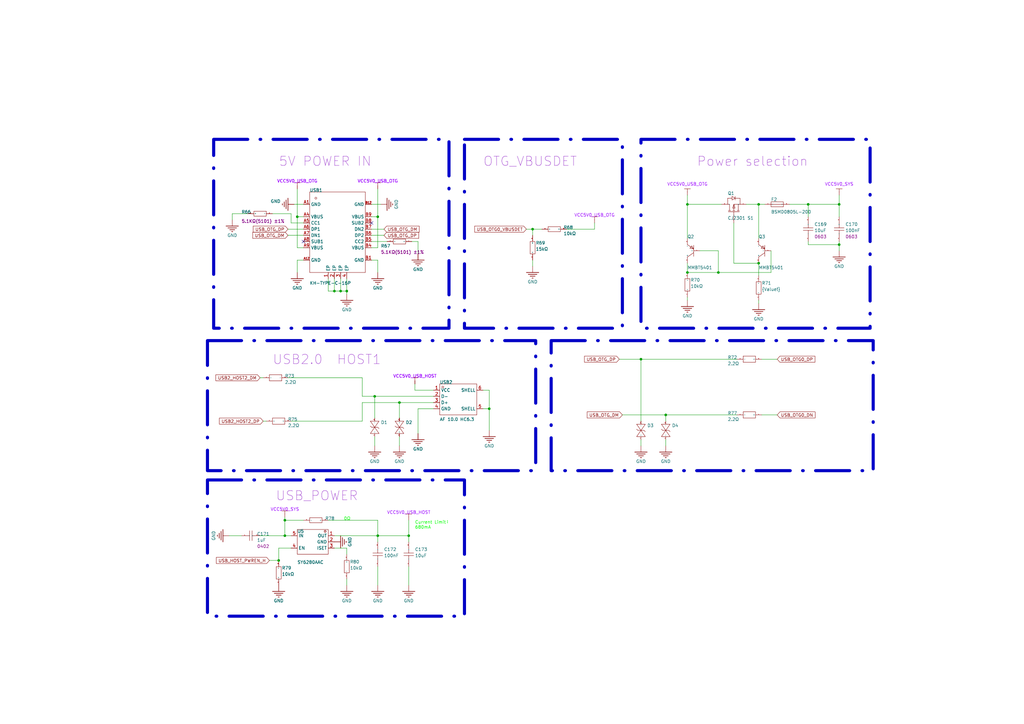
<source format=kicad_sch>
(kicad_sch (version 20250114) (generator "eeschema") (generator_version "9.0")
  (paper "A3")
  (lib_symbols
    (symbol "Ground-GND_1" (power) (pin_numbers (hide yes)) (pin_names (hide yes))
      (property "Value" "GND" (at 0 -6.35 0))
      (symbol "Ground-GND_1_1_0"
        (pin power_in line (at 0 0 270) (length 2.54) (name "") (number "1"))
      )
    )
    (symbol "Ground-GND_2" (power) (pin_numbers (hide yes)) (pin_names (hide yes))
      (property "Value" "GND" (at 0 -6.35 0))
      (symbol "Ground-GND_2_1_0"
        (pin power_in line (at 0 0 270) (length 2.54) (name "") (number "1"))
      )
    )
    (symbol "Ground-GND_3" (power) (pin_numbers (hide yes)) (pin_names (hide yes))
      (property "Value" "GND" (at 0 -6.35 0))
      (symbol "Ground-GND_3_1_0"
        (pin power_in line (at 0 0 270) (length 2.54) (name "") (number "1"))
      )
    )
    (symbol "Ground-GND_4" (power) (pin_numbers (hide yes)) (pin_names (hide yes))
      (property "Value" "GND" (at 0 -6.35 0))
      (symbol "Ground-GND_4_1_0"
        (pin power_in line (at 0 0 270) (length 2.54) (name "") (number "1"))
      )
    )
    (symbol "Ground-GND_5" (power) (pin_numbers (hide yes)) (pin_names (hide yes))
      (property "Value" "GND" (at 0 -6.35 0))
      (symbol "Ground-GND_5_1_0"
        (pin power_in line (at 0 0 270) (length 2.54) (name "") (number "1"))
      )
    )
    (symbol "Ground-GND_6" (power) (pin_numbers (hide yes)) (pin_names (hide yes))
      (property "Value" "GND" (at 0 -6.35 0))
      (symbol "Ground-GND_6_1_0"
        (pin power_in line (at 0 0 270) (length 2.54) (name "") (number "1"))
      )
    )
    (symbol "LCSC Taish-easyedapro:0402WGF1002TCE"
      (property "Reference" "R" (at 0 0 0))
      (symbol "0402WGF1002TCE_1_0"
        (pin input line (at -5.08 0 0) (length 2.54) (name "1") (number "1"))
        (pin input line (at 5.08 0 180) (length 2.54) (name "2") (number "2"))
      )
    )
    (symbol "LCSC Taish-easyedapro:0402WGF1502TCE"
      (property "Reference" "R" (at 0 0 0))
      (symbol "0402WGF1502TCE_1_0"
        (pin input line (at -5.08 0 0) (length 2.54) (name "1") (number "1"))
        (pin input line (at 5.08 0 180) (length 2.54) (name "2") (number "2"))
      )
    )
    (symbol "LCSC Taish-easyedapro:0402WGF5101TCE"
      (property "Reference" "R" (at 0 0 0))
      (symbol "0402WGF5101TCE_1_0"
        (pin input line (at -5.08 0 0) (length 2.54) (name "1") (number "1"))
        (pin input line (at 5.08 0 180) (length 2.54) (name "2") (number "2"))
      )
    )
    (symbol "LCSC Taish-easyedapro:0603X106M100"
      (property "Reference" "C" (at 0 0 0))
      (symbol "0603X106M100_1_0"
        (pin input line (at -5.08 0 0) (length 2.54) (name "1") (number "1"))
        (pin input line (at 5.08 0 180) (length 2.54) (name "2") (number "2"))
      )
    )
    (symbol "LCSC Taish-easyedapro:0805W8F0000T5E"
      (property "Reference" "R" (at 0 0 0))
      (symbol "0805W8F0000T5E_1_0"
        (pin input line (at -5.08 0 0) (length 2.54) (name "1") (number "1"))
        (pin input line (at 5.08 0 180) (length 2.54) (name "2") (number "2"))
      )
    )
    (symbol "LCSC Taish-easyedapro:AF 10.0 HC6.3"
      (property "Reference" "USB" (at 0 0 0))
      (symbol "AF 10.0 HC6.3_1_0"
        (pin input line (at -10.16 5.08 0) (length 2.54) (name "VCC") (number "1"))
        (pin input line (at -10.16 2.54 0) (length 2.54) (name "D-") (number "2"))
        (pin input line (at -10.16 0 0) (length 2.54) (name "D+") (number "3"))
        (pin input line (at -10.16 -2.54 0) (length 2.54) (name "GND") (number "4"))
        (pin input line (at 10.16 5.08 180) (length 2.54) (name "SHELL") (number "6"))
        (pin input line (at 10.16 -2.54 180) (length 2.54) (name "SHELL") (number "5"))
      )
    )
    (symbol "LCSC Taish-easyedapro:BSMD0805L-200"
      (property "Reference" "F" (at 0 0 0))
      (symbol "BSMD0805L-200_1_0"
        (pin input line (at -5.08 0 0) (length 2.54) (name "1") (number "1"))
        (pin input line (at 5.08 0 180) (length 2.54) (name "2") (number "2"))
      )
    )
    (symbol "LCSC Taish-easyedapro:CC0603KRX7R9BB104"
      (property "Reference" "C" (at 0 0 0))
      (symbol "CC0603KRX7R9BB104_1_0"
        (pin input line (at -5.08 0 0) (length 2.54) (name "1") (number "1"))
        (pin input line (at 5.08 0 180) (length 2.54) (name "2") (number "2"))
      )
    )
    (symbol "LCSC Taish-easyedapro:CJ2301 S1"
      (property "Reference" "Q" (at 0 0 0))
      (symbol "CJ2301 S1_1_0"
        (pin input line (at -5.08 0 0) (length 2.54) (name "G") (number "1"))
        (pin input line (at 2.54 5.08 270) (length 2.54) (name "D") (number "3"))
        (pin input line (at 2.54 -5.08 90) (length 2.54) (name "S") (number "2"))
      )
    )
    (symbol "LCSC Taish-easyedapro:CL05A105KP5NNNC"
      (property "Reference" "C" (at 0 0 0))
      (symbol "CL05A105KP5NNNC_1_0"
        (pin input line (at -3.81 0 0) (length 2.54) (name "1") (number "1"))
        (pin input line (at 3.81 0 180) (length 2.54) (name "2") (number "2"))
      )
    )
    (symbol "LCSC Taish-easyedapro:CL10A106KP8NNNC"
      (property "Reference" "C" (at 0 0 0))
      (symbol "CL10A106KP8NNNC_1_0"
        (pin input line (at -5.08 0 0) (length 2.54) (name "1") (number "1"))
        (pin input line (at 5.08 0 180) (length 2.54) (name "2") (number "2"))
      )
    )
    (symbol "LCSC Taish-easyedapro:CRCW040210K0FKED"
      (property "Reference" "R" (at 0 0 0))
      (symbol "CRCW040210K0FKED_1_0"
        (pin input line (at -5.08 0 0) (length 2.54) (name "1") (number "1"))
        (pin input line (at 5.08 0 180) (length 2.54) (name "2") (number "2"))
      )
    )
    (symbol "LCSC Taish-easyedapro:ERJ2GEJ2R2X"
      (property "Reference" "R" (at 0 0 0))
      (symbol "ERJ2GEJ2R2X_1_0"
        (pin input line (at -5.08 0 0) (length 2.54) (name "1") (number "1"))
        (pin input line (at 5.08 0 180) (length 2.54) (name "2") (number "2"))
      )
    )
    (symbol "LCSC Taish-easyedapro:Ground-GND" (power) (pin_numbers (hide yes)) (pin_names (hide yes))
      (symbol "Ground-GND_1_0"
        (pin power_in line (at 0 0 270) (length 2.54) (name "GND") (number "1"))
      )
    )
    (symbol "LCSC Taish-easyedapro:KH-TYPE-C-16P"
      (property "Reference" "USB" (at 0 0 0))
      (symbol "KH-TYPE-C-16P_1_0"
        (pin input line (at -15.24 12.7 0) (length 2.54) (name "GND") (number "A1"))
        (pin input line (at -15.24 7.62 0) (length 2.54) (name "VBUS") (number "A4"))
        (pin input line (at -15.24 5.08 0) (length 2.54) (name "CC1") (number "A5"))
        (pin input line (at -15.24 2.54 0) (length 2.54) (name "DP1") (number "A6"))
        (pin input line (at -15.24 0 0) (length 2.54) (name "DN1") (number "A7"))
        (pin input line (at -15.24 -2.54 0) (length 2.54) (name "SUB1") (number "A8"))
        (pin input line (at -15.24 -5.08 0) (length 2.54) (name "VBUS") (number "A9"))
        (pin input line (at -15.24 -10.16 0) (length 2.54) (name "GND") (number "A12"))
        (pin input line (at -5.08 -17.78 90) (length 2.54) (name "EP") (number "1"))
        (pin input line (at -2.54 -17.78 90) (length 2.54) (name "EP") (number "2"))
        (pin input line (at 0 -17.78 90) (length 2.54) (name "EP") (number "3"))
        (pin input line (at 2.54 -17.78 90) (length 2.54) (name "EP") (number "4"))
        (pin input line (at 12.7 12.7 180) (length 2.54) (name "GND") (number "B12"))
        (pin input line (at 12.7 7.62 180) (length 2.54) (name "VBUS") (number "B9"))
        (pin input line (at 12.7 5.08 180) (length 2.54) (name "SUB2") (number "B8"))
        (pin input line (at 12.7 2.54 180) (length 2.54) (name "DN2") (number "B7"))
        (pin input line (at 12.7 0 180) (length 2.54) (name "DP2") (number "B6"))
        (pin input line (at 12.7 -2.54 180) (length 2.54) (name "CC2") (number "B5"))
        (pin input line (at 12.7 -5.08 180) (length 2.54) (name "VBUS") (number "B4"))
        (pin input line (at 12.7 -10.16 180) (length 2.54) (name "GND") (number "B1"))
      )
    )
    (symbol "LCSC Taish-easyedapro:KLXES15AAA1"
      (property "Reference" "D" (at 0 0 0))
      (symbol "KLXES15AAA1_1_0"
        (pin input line (at -3.81 0 0) (length 1.27) (name "K") (number "1"))
        (pin input line (at 3.81 0 180) (length 1.27) (name "A") (number "2"))
      )
    )
    (symbol "LCSC Taish-easyedapro:MMBT5401"
      (property "Reference" "Q" (at 0 0 0))
      (symbol "MMBT5401_1_0"
        (pin input line (at -2.54 0 0) (length 2.54) (name "B") (number "1"))
        (pin input line (at 2.54 5.08 270) (length 2.54) (name "C") (number "3"))
        (pin input line (at 2.54 -5.08 90) (length 2.54) (name "E") (number "2"))
      )
    )
    (symbol "LCSC Taish-easyedapro:Power-VCC" (power) (pin_numbers (hide yes)) (pin_names (hide yes))
      (symbol "Power-VCC_1_0"
        (pin power_in line (at 0 0 90) (length 1.27) (name "VCC5V0_USB_OTG") (number "1"))
      )
    )
    (symbol "LCSC Taish-easyedapro:RTT025002FTH"
      (property "Reference" "R" (at 0 0 0))
      (symbol "RTT025002FTH_1_0"
        (pin input line (at -5.08 0 0) (length 2.54) (name "1") (number "1"))
        (pin input line (at 5.08 0 180) (length 2.54) (name "2") (number "2"))
      )
    )
    (symbol "LCSC Taish-easyedapro:SY6280AAC"
      (property "Reference" "U" (at 0 0 0))
      (symbol "SY6280AAC_1_0"
        (pin input line (at -2.54 8.89 270) (length 2.54) (name "IN") (number "5"))
        (pin input line (at -2.54 -8.89 90) (length 2.54) (name "OUT") (number "1"))
        (pin input line (at 0 -8.89 90) (length 2.54) (name "GND") (number "2"))
        (pin input line (at 2.54 8.89 270) (length 2.54) (name "EN") (number "4"))
        (pin input line (at 2.54 -8.89 90) (length 2.54) (name "ISET") (number "3"))
      )
    )
  )
  (rectangle (start 87.63 57.15) (end 184.15 134.62) (stroke (width 1.27) (type dash_dot)))
  (rectangle (start 262.89 57.15) (end 356.87 134.62) (stroke (width 1.27) (type dash_dot)))
  (rectangle (start 85.09 139.7) (end 219.71 193.04) (stroke (width 1.27) (type dash_dot)))
  (rectangle (start 85.09 196.85) (end 190.5 252.73) (stroke (width 1.27) (type dash_dot)))
  (rectangle (start 226.06 139.7) (end 358.14 193.04) (stroke (width 1.27) (type dash_dot)))
  (rectangle (start 190.5 57.15) (end 255.27 134.62) (stroke (width 1.27) (type dash_dot)))
  (text "USB2.0  HOST1" (at 111.76 149.86 0) (effects (font (size 3.81 3.81)) (justify left bottom)))
  (text "USB_POWER" (at 113.03 205.74 0) (effects (font (size 3.81 3.81)) (justify left bottom)))
  (text "Current Limit：\n680mA" (at 170.18 217.17 0) (effects (font (size 1.27 1.27)) (justify left bottom)))
  (text "5V POWER IN" (at 114.3 68.58 0) (effects (font (size 3.81 3.81)) (justify left bottom)))
  (text "Power selection" (at 285.75 68.58 0) (effects (font (size 3.81 3.81)) (justify left bottom)))
  (text "OTG_VBUSDET" (at 198.12 68.58 0) (effects (font (size 3.81 3.81)) (justify left bottom)))
  (junction (at 163.83 165.1))
  (junction (at 344.17 100.33))
  (junction (at 139.7 119.38))
  (junction (at 142.24 119.38))
  (junction (at 200.66 167.64))
  (junction (at 121.92 88.9))
  (junction (at 137.16 119.38))
  (junction (at 153.67 162.56))
  (junction (at 154.94 88.9))
  (junction (at 154.94 219.71))
  (junction (at 114.3 229.87))
  (junction (at 344.17 83.82))
  (junction (at 116.84 213.36))
  (junction (at 294.64 111.76))
  (junction (at 273.05 170.18))
  (junction (at 116.84 219.71))
  (junction (at 311.15 107.95))
  (junction (at 218.44 93.98))
  (junction (at 331.47 83.82))
  (junction (at 281.94 111.76))
  (junction (at 281.94 83.82))
  (junction (at 167.64 219.71))
  (junction (at 311.15 83.82))
  (junction (at 262.89 147.32))
  (no_connect (at 152.4 91.44))
  (no_connect (at 124.46 99.06))
  (wire (pts (xy 154.94 106.68) (xy 152.4 106.68)))
  (wire (pts (xy 273.05 170.18) (xy 273.05 172.72)))
  (wire (pts (xy 121.92 101.6) (xy 124.46 101.6)))
  (wire (pts (xy 154.94 213.36) (xy 154.94 219.71)))
  (wire (pts (xy 312.42 147.32) (xy 318.77 147.32)))
  (wire (pts (xy 116.84 213.36) (xy 116.84 212.09)))
  (wire (pts (xy 142.24 237.49) (xy 142.24 240.03)))
  (wire (pts (xy 311.15 83.82) (xy 313.69 83.82)))
  (wire (pts (xy 154.94 232.41) (xy 154.94 240.03)))
  (wire (pts (xy 218.44 93.98) (xy 218.44 96.52)))
  (wire (pts (xy 344.17 80.01) (xy 344.17 83.82)))
  (wire (pts (xy 121.92 77.47) (xy 121.92 88.9)))
  (wire (pts (xy 148.59 162.56) (xy 148.59 154.94)))
  (wire (pts (xy 152.4 99.06) (xy 158.75 99.06)))
  (wire (pts (xy 134.62 213.36) (xy 154.94 213.36)))
  (wire (pts (xy 152.4 93.98) (xy 157.48 93.98)))
  (wire (pts (xy 116.84 219.71) (xy 106.68 219.71)))
  (wire (pts (xy 316.23 111.76) (xy 316.23 102.87)))
  (wire (pts (xy 281.94 121.92) (xy 281.94 123.19)))
  (wire (pts (xy 111.76 87.63) (xy 119.38 87.63)))
  (wire (pts (xy 134.62 119.38) (xy 137.16 119.38)))
  (wire (pts (xy 121.92 88.9) (xy 121.92 101.6)))
  (wire (pts (xy 118.11 93.98) (xy 124.46 93.98)))
  (wire (pts (xy 107.95 172.72) (xy 109.22 172.72)))
  (wire (pts (xy 200.66 167.64) (xy 198.12 167.64)))
  (wire (pts (xy 154.94 219.71) (xy 137.16 219.71)))
  (wire (pts (xy 281.94 83.82) (xy 295.91 83.82)))
  (wire (pts (xy 215.9 93.98) (xy 218.44 93.98)))
  (wire (pts (xy 331.47 88.9) (xy 331.47 83.82)))
  (wire (pts (xy 124.46 88.9) (xy 121.92 88.9)))
  (wire (pts (xy 243.84 93.98) (xy 243.84 91.44)))
  (wire (pts (xy 137.16 119.38) (xy 139.7 119.38)))
  (wire (pts (xy 177.8 167.64) (xy 171.45 167.64)))
  (wire (pts (xy 170.18 160.02) (xy 170.18 157.48)))
  (wire (pts (xy 154.94 101.6) (xy 154.94 88.9)))
  (wire (pts (xy 287.02 102.87) (xy 294.64 102.87)))
  (wire (pts (xy 344.17 99.06) (xy 344.17 100.33)))
  (wire (pts (xy 119.38 219.71) (xy 116.84 219.71)))
  (wire (pts (xy 119.38 91.44) (xy 124.46 91.44)))
  (wire (pts (xy 218.44 106.68) (xy 218.44 109.22)))
  (wire (pts (xy 114.3 224.79) (xy 114.3 229.87)))
  (wire (pts (xy 300.99 107.95) (xy 300.99 91.44)))
  (wire (pts (xy 95.25 87.63) (xy 95.25 90.17)))
  (wire (pts (xy 142.24 114.3) (xy 142.24 119.38)))
  (wire (pts (xy 137.16 114.3) (xy 137.16 119.38)))
  (wire (pts (xy 171.45 99.06) (xy 168.91 99.06)))
  (wire (pts (xy 200.66 167.64) (xy 200.66 160.02)))
  (wire (pts (xy 99.06 219.71) (xy 93.98 219.71)))
  (wire (pts (xy 281.94 111.76) (xy 281.94 107.95)))
  (wire (pts (xy 139.7 114.3) (xy 139.7 119.38)))
  (wire (pts (xy 294.64 111.76) (xy 294.64 102.87)))
  (wire (pts (xy 116.84 213.36) (xy 124.46 213.36)))
  (wire (pts (xy 177.8 160.02) (xy 170.18 160.02)))
  (wire (pts (xy 344.17 100.33) (xy 331.47 100.33)))
  (wire (pts (xy 153.67 162.56) (xy 148.59 162.56)))
  (wire (pts (xy 167.64 219.71) (xy 154.94 219.71)))
  (wire (pts (xy 243.84 93.98) (xy 232.41 93.98)))
  (wire (pts (xy 134.62 119.38) (xy 134.62 114.3)))
  (wire (pts (xy 118.11 154.94) (xy 148.59 154.94)))
  (wire (pts (xy 163.83 165.1) (xy 163.83 171.45)))
  (wire (pts (xy 177.8 162.56) (xy 153.67 162.56)))
  (wire (pts (xy 262.89 147.32) (xy 262.89 172.72)))
  (wire (pts (xy 114.3 229.87) (xy 110.49 229.87)))
  (wire (pts (xy 344.17 100.33) (xy 344.17 102.87)))
  (wire (pts (xy 119.38 91.44) (xy 119.38 87.63)))
  (wire (pts (xy 95.25 87.63) (xy 101.6 87.63)))
  (wire (pts (xy 294.64 111.76) (xy 316.23 111.76)))
  (wire (pts (xy 114.3 224.79) (xy 119.38 224.79)))
  (wire (pts (xy 154.94 88.9) (xy 154.94 77.47)))
  (wire (pts (xy 200.66 176.53) (xy 200.66 167.64)))
  (wire (pts (xy 152.4 96.52) (xy 157.48 96.52)))
  (wire (pts (xy 167.64 219.71) (xy 167.64 213.36)))
  (wire (pts (xy 177.8 165.1) (xy 163.83 165.1)))
  (wire (pts (xy 312.42 170.18) (xy 318.77 170.18)))
  (wire (pts (xy 163.83 179.07) (xy 163.83 182.88)))
  (wire (pts (xy 311.15 113.03) (xy 311.15 107.95)))
  (wire (pts (xy 124.46 83.82) (xy 120.65 83.82)))
  (wire (pts (xy 153.67 179.07) (xy 153.67 182.88)))
  (wire (pts (xy 218.44 93.98) (xy 222.25 93.98)))
  (wire (pts (xy 262.89 182.88) (xy 262.89 180.34)))
  (wire (pts (xy 273.05 180.34) (xy 273.05 182.88)))
  (wire (pts (xy 281.94 83.82) (xy 281.94 80.01)))
  (wire (pts (xy 154.94 219.71) (xy 154.94 222.25)))
  (wire (pts (xy 154.94 88.9) (xy 152.4 88.9)))
  (wire (pts (xy 116.84 213.36) (xy 116.84 219.71)))
  (wire (pts (xy 124.46 96.52) (xy 118.11 96.52)))
  (wire (pts (xy 311.15 97.79) (xy 311.15 83.82)))
  (wire (pts (xy 344.17 83.82) (xy 344.17 88.9)))
  (wire (pts (xy 142.24 224.79) (xy 137.16 224.79)))
  (wire (pts (xy 119.38 172.72) (xy 148.59 172.72)))
  (wire (pts (xy 106.68 154.94) (xy 107.95 154.94)))
  (wire (pts (xy 262.89 147.32) (xy 302.26 147.32)))
  (wire (pts (xy 154.94 111.76) (xy 154.94 106.68)))
  (wire (pts (xy 121.92 106.68) (xy 121.92 111.76)))
  (wire (pts (xy 198.12 160.02) (xy 200.66 160.02)))
  (wire (pts (xy 163.83 165.1) (xy 148.59 165.1)))
  (wire (pts (xy 331.47 83.82) (xy 344.17 83.82)))
  (wire (pts (xy 154.94 101.6) (xy 152.4 101.6)))
  (wire (pts (xy 152.4 83.82) (xy 156.21 83.82)))
  (wire (pts (xy 167.64 219.71) (xy 167.64 222.25)))
  (wire (pts (xy 273.05 170.18) (xy 302.26 170.18)))
  (wire (pts (xy 331.47 100.33) (xy 331.47 99.06)))
  (wire (pts (xy 142.24 227.33) (xy 142.24 224.79)))
  (wire (pts (xy 124.46 106.68) (xy 121.92 106.68)))
  (wire (pts (xy 254 147.32) (xy 262.89 147.32)))
  (wire (pts (xy 311.15 107.95) (xy 300.99 107.95)))
  (wire (pts (xy 306.07 83.82) (xy 311.15 83.82)))
  (wire (pts (xy 148.59 165.1) (xy 148.59 172.72)))
  (wire (pts (xy 139.7 119.38) (xy 142.24 119.38)))
  (wire (pts (xy 281.94 97.79) (xy 281.94 83.82)))
  (wire (pts (xy 323.85 83.82) (xy 331.47 83.82)))
  (wire (pts (xy 153.67 162.56) (xy 153.67 171.45)))
  (wire (pts (xy 171.45 104.14) (xy 171.45 99.06)))
  (wire (pts (xy 171.45 167.64) (xy 171.45 177.8)))
  (wire (pts (xy 255.27 170.18) (xy 273.05 170.18)))
  (wire (pts (xy 142.24 119.38) (xy 142.24 120.65)))
  (wire (pts (xy 167.64 232.41) (xy 167.64 240.03)))
  (wire (pts (xy 311.15 123.19) (xy 311.15 124.46)))
  (wire (pts (xy 281.94 111.76) (xy 294.64 111.76)))
  (global_label "USB_OTG0_DP" (shape input) (at 318.77 147.32 0) (property "Intersheetrefs" "${INTERSHEET_REFS}" (effects (hide yes))))
  (global_label "USB_OTG_DP" (shape input) (at 157.48 96.52 0) (property "Intersheetrefs" "${INTERSHEET_REFS}" (effects (hide yes))))
  (global_label "USB_OTG0_VBUSDET" (shape input) (at 215.9 93.98 180) (property "Intersheetrefs" "${INTERSHEET_REFS}" (effects (hide yes))))
  (global_label "USB2_HOST2_DM" (shape input) (at 106.68 154.94 180) (property "Intersheetrefs" "${INTERSHEET_REFS}" (effects (hide yes))))
  (global_label "USB_OTG0_DN" (shape input) (at 318.77 170.18 0) (property "Intersheetrefs" "${INTERSHEET_REFS}" (effects (hide yes))))
  (global_label "USB_OTG_DP" (shape input) (at 254 147.32 180) (property "Intersheetrefs" "${INTERSHEET_REFS}" (effects (hide yes))))
  (global_label "USB2_HOST2_DP" (shape input) (at 107.95 172.72 180) (property "Intersheetrefs" "${INTERSHEET_REFS}" (effects (hide yes))))
  (global_label "USB_OTG_DP" (shape input) (at 118.11 93.98 180) (property "Intersheetrefs" "${INTERSHEET_REFS}" (effects (hide yes))))
  (global_label "USB_HOST_PWREN_H" (shape input) (at 110.49 229.87 180) (property "Intersheetrefs" "${INTERSHEET_REFS}" (effects (hide yes))))
  (global_label "USB_OTG_DM" (shape input) (at 157.48 93.98 0) (property "Intersheetrefs" "${INTERSHEET_REFS}" (effects (hide yes))))
  (global_label "USB_OTG_DM" (shape input) (at 118.11 96.52 180) (property "Intersheetrefs" "${INTERSHEET_REFS}" (effects (hide yes))))
  (global_label "USB_OTG_DM" (shape input) (at 255.27 170.18 180) (property "Intersheetrefs" "${INTERSHEET_REFS}" (effects (hide yes))))
  (symbol (lib_id "LCSC Taish-easyedapro:Ground-GND") (at 311.15 124.46 0) (unit 1)
    (property "Reference" "#PWR0208" (effects (hide yes)))
    (property "Value" "GND" (at 311.15 130.81 0))
    (property "Footprint" "LCSC Taish-easyedapro:" (effects (hide yes)))
  )
  (symbol (lib_id "LCSC Taish-easyedapro:Ground-GND") (at 344.17 102.87 0) (unit 1)
    (property "Reference" "#PWR0211" (effects (hide yes)))
    (property "Value" "GND" (at 344.17 109.22 0))
    (property "Footprint" "LCSC Taish-easyedapro:" (effects (hide yes)))
  )
  (symbol (lib_id "LCSC Taish-easyedapro:Ground-GND") (at 171.45 177.8 0) (unit 1)
    (property "Reference" "#PWR0226" (effects (hide yes)))
    (property "Value" "GND" (at 171.45 184.15 0))
    (property "Footprint" "LCSC Taish-easyedapro:" (effects (hide yes)))
  )
  (symbol (lib_name "Ground-GND_6") (lib_id "LCSC Taish-easyedapro:Ground-GND") (at 167.64 240.03 0) (unit 1)
    (property "Reference" "#PWR0204" (effects (hide yes)))
    (property "Value" "GND" (at 167.64 246.38 0))
    (property "Footprint" "LCSC Taish-easyedapro:" (effects (hide yes)))
  )
  (symbol (lib_id "LCSC Taish-easyedapro:Power-VCC") (at 154.94 77.47 0) (unit 1)
    (property "Reference" "#PWR0199" (effects (hide yes)))
    (property "Value" "VCC5V0_USB_OTG" (at 154.94 74.93 0) (effects (justify bottom)))
    (property "Footprint" "LCSC Taish-easyedapro:" (effects (hide yes)))
  )
  (symbol (lib_id "LCSC Taish-easyedapro:CL10A106KP8NNNC") (at 331.47 93.98 90) (unit 1)
    (property "Reference" "C169" (at 334.01 92.71 90) (effects (justify right top)))
    (property "Value" "10uF" (at 334.01 95.25 90) (effects (justify right top)))
    (property "Footprint" "LCSC Taish-easyedapro:C0603" (effects (hide yes)))
    (property "Datasheet" "https://atta.szlcsc.com/upload/public/pdf/source/20160103/1457707703378.pdf" (effects (hide yes)))
    (property "Description" "容值:10uF;精度:±10%;额定电压:10V;材质(温度系数):X5R;" (effects (hide yes)))
    (property "Manufacturer Part" "CL10A106KP8NNNC" (effects (hide yes)))
    (property "Manufacturer" "SAMSUNG(三星)" (effects (hide yes)))
    (property "Supplier Part" "C19702" (effects (hide yes)))
    (property "Supplier" "LCSC" (effects (hide yes)))
    (property "LCSC Part Name" "10uF ±10% 10V" (effects (hide yes)))
    (property "Supplier Footprint" "0603" (at 334.01 97.79 90) (effects (justify right top)))
  )
  (symbol (lib_id "LCSC Taish-easyedapro:Ground-GND") (at 200.66 176.53 0) (unit 1)
    (property "Reference" "#PWR0221" (effects (hide yes)))
    (property "Value" "GND" (at 200.66 182.88 0))
    (property "Footprint" "LCSC Taish-easyedapro:" (effects (hide yes)))
  )
  (symbol (lib_name "Ground-GND_2") (lib_id "LCSC Taish-easyedapro:Ground-GND") (at 93.98 219.71 270) (unit 1)
    (property "Reference" "#PWR0216" (effects (hide yes)))
    (property "Value" "GND" (at 87.63 219.71 0))
    (property "Footprint" "LCSC Taish-easyedapro:" (effects (hide yes)))
  )
  (symbol (lib_id "LCSC Taish-easyedapro:SY6280AAC") (at 128.27 222.25 90) (mirror x) (unit 1)
    (property "Reference" "U5" (at 121.92 217.17 90) (effects (justify right top)))
    (property "Value" "SY6280AAC" (at 121.92 229.87 90) (effects (justify right top)))
    (property "Footprint" "LCSC Taish-easyedapro:SOT-23-5_L3.0-W1.7-P0.95-LS2.8-BL" (effects (hide yes)))
    (property "Datasheet" "https://atta.szlcsc.com/upload/public/pdf/source/20161108/1478586372822.pdf" (effects (hide yes)))
    (property "Description" "低能耗配电开关" (effects (hide yes)))
    (property "Manufacturer Part" "SY6280AAC" (effects (hide yes)))
    (property "Manufacturer" "silergy(矽力杰)" (effects (hide yes)))
    (property "Supplier Part" "C55136" (effects (hide yes)))
    (property "Supplier" "LCSC" (effects (hide yes)))
    (property "LCSC Part Name" "SY6280AAC" (effects (hide yes)))
  )
  (symbol (lib_id "LCSC Taish-easyedapro:KLXES15AAA1") (at 273.05 176.53 90) (unit 1)
    (property "Reference" "D4" (at 275.59 175.26 90) (effects (justify right top)))
    (property "Value" "KLXES15AAA1" (effects (hide yes)))
    (property "Footprint" "LCSC Taish-easyedapro:D0402-BI" (effects (hide yes)))
    (property "Datasheet" "https://atta.szlcsc.com/upload/public/pdf/source/20210908/40FD94D5521B4EF0ED53BC030E77ED53.pdf" (effects (hide yes)))
    (property "Description" "极性:双向;反向截止电压(Vrwm):5V;钳位电压(Vc)@Ipp:40V;" (effects (hide yes)))
    (property "Manufacturer Part" "KLXES15AAA1" (effects (hide yes)))
    (property "Manufacturer" "KUU" (effects (hide yes)))
    (property "Supplier Part" "C2892490" (effects (hide yes)))
    (property "Supplier" "LCSC" (effects (hide yes)))
    (property "LCSC Part Name" "KLXES15AAA1" (effects (hide yes)))
  )
  (symbol (lib_id "LCSC Taish-easyedapro:MMBT5401") (at 284.48 102.87 180) (unit 1)
    (property "Reference" "Q2" (at 281.94 97.79 0) (effects (justify right top)))
    (property "Value" "MMBT5401" (at 281.94 110.49 0) (effects (justify right top)))
    (property "Footprint" "LCSC Taish-easyedapro:SOT-23-3_L2.9-W1.3-P1.90-LS2.4-BR" (effects (hide yes)))
    (property "Datasheet" "https://atta.szlcsc.com/upload/public/pdf/source/20140809/1457707213644.pdf" (effects (hide yes)))
    (property "Description" "晶体管类型:PNP;集射极击穿电压(Vceo):150V;集电极电流(Ic):600mA;功率(Pd):300mW;集电极截止电流(Icbo):100nA;集电极-发射极饱和电压(VCE(sat)@Ic,Ib):500mV@50mA,5mA;直流电流增益(hFE@Ic,Vce):200@10mA,5V;特征频率(fT):100MHz;工作温度:+150°C@(Tj);" (effects (hide yes)))
    (property "Manufacturer Part" "MMBT5401" (effects (hide yes)))
    (property "Manufacturer" "CJ(江苏长电/长晶)" (effects (hide yes)))
    (property "Supplier Part" "C8326" (effects (hide yes)))
    (property "Supplier" "LCSC" (effects (hide yes)))
    (property "LCSC Part Name" "PNP 150V 600mA" (effects (hide yes)))
  )
  (symbol (lib_name "Ground-GND_3") (lib_id "LCSC Taish-easyedapro:Ground-GND") (at 114.3 240.03 0) (unit 1)
    (property "Reference" "#PWR0215" (effects (hide yes)))
    (property "Value" "GND" (at 114.3 246.38 0))
    (property "Footprint" "LCSC Taish-easyedapro:" (effects (hide yes)))
  )
  (symbol (lib_id "LCSC Taish-easyedapro:CRCW040210K0FKED") (at 142.24 232.41 90) (unit 1)
    (property "Reference" "R80" (at 143.51 231.14 90) (effects (justify right top)))
    (property "Value" "10kΩ" (at 143.51 233.68 90) (effects (justify right top)))
    (property "Footprint" "LCSC Taish-easyedapro:R0402" (effects (hide yes)))
    (property "Datasheet" "https://atta.szlcsc.com/upload/public/pdf/source/20180224/C71617_15194370300791364062.pdf" (effects (hide yes)))
    (property "Description" "电阻类型:厚膜电阻;阻值:10kΩ;精度:±1%;功率:63mW;温度系数:±100ppm/K;最大工作电压:50V;工作温度范围:-55°C~+155°C;" (effects (hide yes)))
    (property "Manufacturer Part" "CRCW040210K0FKED" (effects (hide yes)))
    (property "Manufacturer" "VISHAY(威世)" (effects (hide yes)))
    (property "Supplier Part" "C71617" (effects (hide yes)))
    (property "Supplier" "LCSC" (effects (hide yes)))
    (property "LCSC Part Name" "10kΩ ±1% 63mW" (effects (hide yes)))
  )
  (symbol (lib_id "LCSC Taish-easyedapro:Power-VCC") (at 170.18 157.48 0) (unit 1)
    (property "Reference" "#PWR0229" (effects (hide yes)))
    (property "Value" "VCC5V0_USB_HOST" (at 170.18 154.94 0) (effects (justify bottom)))
    (property "Footprint" "LCSC Taish-easyedapro:" (effects (hide yes)))
  )
  (symbol (lib_id "LCSC Taish-easyedapro:AF 10.0 HC6.3") (at 187.96 165.1 0) (unit 1)
    (property "Reference" "USB2" (at 180.34 157.48 0) (effects (justify left bottom)))
    (property "Value" "AF 10.0 HC6.3" (at 180.34 172.72 0) (effects (justify left bottom)))
    (property "Footprint" "LCSC Taish-easyedapro:USB-A-TH_AF-10.0-HC6.3" (effects (hide yes)))
    (property "Datasheet" "https://atta.szlcsc.com/upload/public/pdf/source/20191113/C456017_24C9995308EDE792CA69BD951BA4C86C.pdf" (effects (hide yes)))
    (property "Description" "连接器类型:Type-A;标准:USB 2.0;公母:母座;触点数量:4;端口数量:1;安装方式:弯插;额定电流 - 电源:1.5A;工作温度范围:-25°C~+85°C;" (effects (hide yes)))
    (property "Manufacturer Part" "AF 10.0 HC6.3" (effects (hide yes)))
    (property "Manufacturer" "SHOU HAN(首韩)" (effects (hide yes)))
    (property "Supplier Part" "C456017" (effects (hide yes)))
    (property "Supplier" "LCSC" (effects (hide yes)))
    (property "LCSC Part Name" "Type-A 母座 弯插 短体 胶高6.3mm平口" (effects (hide yes)))
  )
  (symbol (lib_id "LCSC Taish-easyedapro:Ground-GND") (at 163.83 182.88 0) (unit 1)
    (property "Reference" "#PWR0227" (effects (hide yes)))
    (property "Value" "GND" (at 163.83 189.23 0))
    (property "Footprint" "LCSC Taish-easyedapro:" (effects (hide yes)))
  )
  (symbol (lib_id "LCSC Taish-easyedapro:Ground-GND") (at 262.89 182.88 0) (unit 1)
    (property "Reference" "#PWR0222" (effects (hide yes)))
    (property "Value" "GND" (at 262.89 189.23 0))
    (property "Footprint" "LCSC Taish-easyedapro:" (effects (hide yes)))
  )
  (symbol (lib_id "LCSC Taish-easyedapro:CC0603KRX7R9BB104") (at 344.17 93.98 90) (unit 1)
    (property "Reference" "C170" (at 346.71 92.71 90) (effects (justify right top)))
    (property "Value" "100nF" (at 346.71 95.25 90) (effects (justify right top)))
    (property "Footprint" "LCSC Taish-easyedapro:C0603" (effects (hide yes)))
    (property "Datasheet" "https://atta.szlcsc.com/upload/public/pdf/source/20170116/1484561234239.pdf" (effects (hide yes)))
    (property "Description" "容值:100nF;精度:±10%;额定电压:50V;材质(温度系数):X7R;" (effects (hide yes)))
    (property "Manufacturer Part" "CC0603KRX7R9BB104" (effects (hide yes)))
    (property "Manufacturer" "YAGEO(国巨)" (effects (hide yes)))
    (property "Supplier Part" "C14663" (effects (hide yes)))
    (property "Supplier" "LCSC" (effects (hide yes)))
    (property "LCSC Part Name" "100nF ±10% 50V" (effects (hide yes)))
    (property "Supplier Footprint" "0603" (at 346.71 97.79 90) (effects (justify right top)))
  )
  (symbol (lib_id "LCSC Taish-easyedapro:KH-TYPE-C-16P") (at 139.7 96.52 0) (unit 1)
    (property "Reference" "USB1" (at 127 78.74 0) (effects (justify left bottom)))
    (property "Value" "KH-TYPE-C-16P" (at 127 116.84 0) (effects (justify left bottom)))
    (property "Footprint" "LCSC Taish-easyedapro:USB-C-SMD_KH-TYPE-C-16P" (effects (hide yes)))
    (property "Datasheet" "https://atta.szlcsc.com/upload/public/pdf/source/20200911/C709357_AA8DCEB38BB20E3035A7ED7AE7667837.pdf" (effects (hide yes)))
    (property "Description" "连接器类型:Type-C;标准:-;公母:母座;触点数量:16;端口数量:1;安装方式:卧贴;额定电流 - 电源:3A;工作温度范围:-40°C~+85°C;" (effects (hide yes)))
    (property "Manufacturer Part" "KH-TYPE-C-16P" (effects (hide yes)))
    (property "Manufacturer" "kinghelm(金航标)" (effects (hide yes)))
    (property "Supplier Part" "C709357" (effects (hide yes)))
    (property "Supplier" "LCSC" (effects (hide yes)))
    (property "LCSC Part Name" "Type-C 母座 卧贴" (effects (hide yes)))
  )
  (symbol (lib_id "LCSC Taish-easyedapro:Power-VCC") (at 121.92 77.47 0) (unit 1)
    (property "Reference" "#PWR0200" (effects (hide yes)))
    (property "Value" "VCC5V0_USB_OTG" (at 121.92 74.93 0) (effects (justify bottom)))
    (property "Footprint" "LCSC Taish-easyedapro:" (effects (hide yes)))
  )
  (symbol (lib_id "LCSC Taish-easyedapro:ERJ2GEJ2R2X") (at 307.34 147.32 0) (unit 1)
    (property "Reference" "R72" (at 298.45 147.32 0) (effects (justify left bottom)))
    (property "Value" "2.2Ω" (at 298.45 149.86 0) (effects (justify left bottom)))
    (property "Footprint" "LCSC Taish-easyedapro:R0402" (effects (hide yes)))
    (property "Datasheet" "https://atta.szlcsc.com/upload/public/pdf/source/20190820/C412897_57E183A07438428D747B4E51D31956B4.pdf" (effects (hide yes)))
    (property "Description" "电阻类型:厚膜电阻;阻值:2.2Ω;精度:±5%;功率:100mW;温度系数:-100ppm/°C~+600ppm/°C;最大工作电压:-;工作温度范围:-55°C~+155°C;" (effects (hide yes)))
    (property "Manufacturer Part" "ERJ2GEJ2R2X" (effects (hide yes)))
    (property "Manufacturer" "PANASONIC(松下)" (effects (hide yes)))
    (property "Supplier Part" "C412897" (effects (hide yes)))
    (property "Supplier" "LCSC" (effects (hide yes)))
    (property "LCSC Part Name" "2.2Ω ±5% 100mW" (effects (hide yes)))
  )
  (symbol (lib_id "LCSC Taish-easyedapro:CC0603KRX7R9BB104") (at 154.94 227.33 90) (unit 1)
    (property "Reference" "C172" (at 157.48 226.06 90) (effects (justify right top)))
    (property "Value" "100nF" (at 157.48 228.6 90) (effects (justify right top)))
    (property "Footprint" "LCSC Taish-easyedapro:C0603" (effects (hide yes)))
    (property "Datasheet" "https://atta.szlcsc.com/upload/public/pdf/source/20170116/1484561234239.pdf" (effects (hide yes)))
    (property "Description" "容值:100nF;精度:±10%;额定电压:50V;材质(温度系数):X7R;" (effects (hide yes)))
    (property "Manufacturer Part" "CC0603KRX7R9BB104" (effects (hide yes)))
    (property "Manufacturer" "YAGEO(国巨)" (effects (hide yes)))
    (property "Supplier Part" "C14663" (effects (hide yes)))
    (property "Supplier" "LCSC" (effects (hide yes)))
    (property "LCSC Part Name" "100nF ±10% 50V" (effects (hide yes)))
  )
  (symbol (lib_id "LCSC Taish-easyedapro:Power-VCC") (at 281.94 80.01 0) (unit 1)
    (property "Reference" "#PWR0203" (effects (hide yes)))
    (property "Value" "VCC5V0_USB_OTG" (at 281.94 76.2 0) (effects (justify bottom)))
    (property "Footprint" "LCSC Taish-easyedapro:" (effects (hide yes)))
  )
  (symbol (lib_id "LCSC Taish-easyedapro:KLXES15AAA1") (at 163.83 175.26 90) (unit 1)
    (property "Reference" "D2" (at 166.37 173.99 90) (effects (justify right top)))
    (property "Value" "KLXES15AAA1" (effects (hide yes)))
    (property "Footprint" "LCSC Taish-easyedapro:D0402-BI" (effects (hide yes)))
    (property "Datasheet" "https://atta.szlcsc.com/upload/public/pdf/source/20210908/40FD94D5521B4EF0ED53BC030E77ED53.pdf" (effects (hide yes)))
    (property "Description" "极性:双向;反向截止电压(Vrwm):5V;钳位电压(Vc)@Ipp:40V;" (effects (hide yes)))
    (property "Manufacturer Part" "KLXES15AAA1" (effects (hide yes)))
    (property "Manufacturer" "KUU" (effects (hide yes)))
    (property "Supplier Part" "C2892490" (effects (hide yes)))
    (property "Supplier" "LCSC" (effects (hide yes)))
    (property "LCSC Part Name" "KLXES15AAA1" (effects (hide yes)))
  )
  (symbol (lib_id "LCSC Taish-easyedapro:Ground-GND") (at 95.25 90.17 0) (unit 1)
    (property "Reference" "#PWR0202" (effects (hide yes)))
    (property "Value" "GND" (at 95.25 96.52 0))
    (property "Footprint" "LCSC Taish-easyedapro:" (effects (hide yes)))
  )
  (symbol (lib_name "Ground-GND_5") (lib_id "LCSC Taish-easyedapro:Ground-GND") (at 154.94 240.03 0) (unit 1)
    (property "Reference" "#PWR0213" (effects (hide yes)))
    (property "Value" "GND" (at 154.94 246.38 0))
    (property "Footprint" "LCSC Taish-easyedapro:" (effects (hide yes)))
  )
  (symbol (lib_id "LCSC Taish-easyedapro:BSMD0805L-200") (at 318.77 83.82 0) (unit 1)
    (property "Reference" "F2" (at 316.23 82.55 0) (effects (justify left bottom)))
    (property "Value" "BSMD0805L-200" (at 316.23 87.63 0) (effects (justify left bottom)))
    (property "Footprint" "LCSC Taish-easyedapro:F0805" (effects (hide yes)))
    (property "Datasheet" "https://atta.szlcsc.com/upload/public/pdf/source/20220302/84A1D93E6CA84F7719C829CBF191FAF8.pdf" (effects (hide yes)))
    (property "Description" "最大电压:6V;最大电流:50A;保持电流:2A;跳闸电流:4A;" (effects (hide yes)))
    (property "Manufacturer Part" "BSMD0805L-200" (effects (hide yes)))
    (property "Manufacturer" "BHFUSE(佰宏)" (effects (hide yes)))
    (property "Supplier Part" "C2757931" (effects (hide yes)))
    (property "Supplier" "LCSC" (effects (hide yes)))
    (property "LCSC Part Name" "6V 2A 0805自恢复 5秒内动作" (effects (hide yes)))
  )
  (symbol (lib_id "LCSC Taish-easyedapro:Ground-GND") (at 156.21 83.82 90) (unit 1)
    (property "Reference" "#PWR0217" (effects (hide yes)))
    (property "Value" "GND" (at 162.56 83.82 0))
    (property "Footprint" "LCSC Taish-easyedapro:" (effects (hide yes)))
  )
  (symbol (lib_id "LCSC Taish-easyedapro:MMBT5401") (at 313.69 102.87 180) (unit 1)
    (property "Reference" "Q3" (at 311.15 97.79 0) (effects (justify right top)))
    (property "Value" "MMBT5401" (at 311.15 110.49 0) (effects (justify right top)))
    (property "Footprint" "LCSC Taish-easyedapro:SOT-23-3_L2.9-W1.3-P1.90-LS2.4-BR" (effects (hide yes)))
    (property "Datasheet" "https://atta.szlcsc.com/upload/public/pdf/source/20140809/1457707213644.pdf" (effects (hide yes)))
    (property "Description" "晶体管类型:PNP;集射极击穿电压(Vceo):150V;集电极电流(Ic):600mA;功率(Pd):300mW;集电极截止电流(Icbo):100nA;集电极-发射极饱和电压(VCE(sat)@Ic,Ib):500mV@50mA,5mA;直流电流增益(hFE@Ic,Vce):200@10mA,5V;特征频率(fT):100MHz;工作温度:+150°C@(Tj);" (effects (hide yes)))
    (property "Manufacturer Part" "MMBT5401" (effects (hide yes)))
    (property "Manufacturer" "CJ(江苏长电/长晶)" (effects (hide yes)))
    (property "Supplier Part" "C8326" (effects (hide yes)))
    (property "Supplier" "LCSC" (effects (hide yes)))
    (property "LCSC Part Name" "PNP 150V 600mA" (effects (hide yes)))
  )
  (symbol (lib_id "LCSC Taish-easyedapro:RTT025002FTH") (at 311.15 118.11 90) (unit 1)
    (property "Reference" "R71" (at 312.42 116.84 90) (effects (justify right top)))
    (property "Value" "{Value!}" (at 312.42 119.38 90) (effects (justify right top)))
    (property "Footprint" "LCSC Taish-easyedapro:R0402" (effects (hide yes)))
    (property "Datasheet" "https://atta.szlcsc.com/upload/public/pdf/source/20200306/C422600_1E6D84923E4A46A82E41ADD87F860B5C.pdf" (effects (hide yes)))
    (property "Description" "电阻类型:厚膜电阻;阻值:51kΩ;精度:±1%;功率:62.5mW;" (effects (hide yes)))
    (property "Manufacturer Part" "0402WGF5102TCE" (effects (hide yes)))
    (property "Manufacturer" "UNI-ROYAL(厚声)" (effects (hide yes)))
    (property "Supplier Part" "C25794" (effects (hide yes)))
    (property "Supplier" "LCSC" (effects (hide yes)))
    (property "LCSC Part Name" "51kΩ ±1% 62.5mW" (effects (hide yes)))
    (property "Operating Temperature Range" "-55℃~+155℃" (effects (hide yes)))
    (property "Overload Voltage (Max)" "50V" (effects (hide yes)))
    (property "Power(Watts)" "62.5mW" (effects (hide yes)))
    (property "Temperature Coefficient" "±100ppm/℃" (effects (hide yes)))
    (property "Tolerance" "±1%" (effects (hide yes)))
    (property "Type" "厚膜电阻" (effects (hide yes)))
  )
  (symbol (lib_id "LCSC Taish-easyedapro:Ground-GND") (at 121.92 111.76 0) (unit 1)
    (property "Reference" "#PWR0205" (effects (hide yes)))
    (property "Value" "GND" (at 121.92 118.11 0))
    (property "Footprint" "LCSC Taish-easyedapro:" (effects (hide yes)))
  )
  (symbol (lib_id "LCSC Taish-easyedapro:Ground-GND") (at 154.94 111.76 0) (unit 1)
    (property "Reference" "#PWR0207" (effects (hide yes)))
    (property "Value" "GND" (at 154.94 118.11 0))
    (property "Footprint" "LCSC Taish-easyedapro:" (effects (hide yes)))
  )
  (symbol (lib_id "LCSC Taish-easyedapro:0805W8F0000T5E") (at 129.54 213.36 0) (unit 1)
    (property "Reference" "R78" (at 133.35 213.36 0) (effects (justify left bottom)))
    (property "Value" "0Ω" (at 140.97 213.36 0) (effects (justify left bottom)))
    (property "Footprint" "LCSC Taish-easyedapro:R0805" (effects (hide yes)))
    (property "Datasheet" "https://atta.szlcsc.com/upload/public/pdf/source/20200306/C422600_1E6D84923E4A46A82E41ADD87F860B5C.pdf" (effects (hide yes)))
    (property "Description" "电阻类型:厚膜电阻;阻值:0Ω;精度:±1%;功率:125mW;温度系数:±800ppm/°C;最大工作电压:150V;工作温度范围:-55°C~+155°C;" (effects (hide yes)))
    (property "Manufacturer Part" "0805W8F0000T5E" (effects (hide yes)))
    (property "Manufacturer" "UNI-ROYAL(厚声)" (effects (hide yes)))
    (property "Supplier Part" "NC" (effects (hide yes)))
    (property "Supplier" "LCSC" (effects (hide yes)))
    (property "LCSC Part Name" "0Ω ±1% 125mW" (effects (hide yes)))
  )
  (symbol (lib_id "LCSC Taish-easyedapro:Power-VCC") (at 344.17 80.01 0) (unit 1)
    (property "Reference" "#PWR0210" (effects (hide yes)))
    (property "Value" "VCC5V0_SYS" (at 344.17 76.2 0) (effects (justify bottom)))
    (property "Footprint" "LCSC Taish-easyedapro:" (effects (hide yes)))
  )
  (symbol (lib_name "Ground-GND_4") (lib_id "LCSC Taish-easyedapro:Ground-GND") (at 142.24 240.03 0) (unit 1)
    (property "Reference" "#PWR0212" (effects (hide yes)))
    (property "Value" "GND" (at 142.24 246.38 0))
    (property "Footprint" "LCSC Taish-easyedapro:" (effects (hide yes)))
  )
  (symbol (lib_id "LCSC Taish-easyedapro:KLXES15AAA1") (at 153.67 175.26 90) (unit 1)
    (property "Reference" "D1" (at 156.21 173.99 90) (effects (justify right top)))
    (property "Value" "KLXES15AAA1" (effects (hide yes)))
    (property "Footprint" "LCSC Taish-easyedapro:D0402-BI" (effects (hide yes)))
    (property "Datasheet" "https://atta.szlcsc.com/upload/public/pdf/source/20210908/40FD94D5521B4EF0ED53BC030E77ED53.pdf" (effects (hide yes)))
    (property "Description" "极性:双向;反向截止电压(Vrwm):5V;钳位电压(Vc)@Ipp:40V;" (effects (hide yes)))
    (property "Manufacturer Part" "KLXES15AAA1" (effects (hide yes)))
    (property "Manufacturer" "KUU" (effects (hide yes)))
    (property "Supplier Part" "C2892490" (effects (hide yes)))
    (property "Supplier" "LCSC" (effects (hide yes)))
    (property "LCSC Part Name" "KLXES15AAA1" (effects (hide yes)))
  )
  (symbol (lib_id "LCSC Taish-easyedapro:KLXES15AAA1") (at 262.89 176.53 90) (unit 1)
    (property "Reference" "D3" (at 265.43 175.26 90) (effects (justify right top)))
    (property "Value" "KLXES15AAA1" (effects (hide yes)))
    (property "Footprint" "LCSC Taish-easyedapro:D0402-BI" (effects (hide yes)))
    (property "Datasheet" "https://atta.szlcsc.com/upload/public/pdf/source/20210908/40FD94D5521B4EF0ED53BC030E77ED53.pdf" (effects (hide yes)))
    (property "Description" "极性:双向;反向截止电压(Vrwm):5V;钳位电压(Vc)@Ipp:40V;" (effects (hide yes)))
    (property "Manufacturer Part" "KLXES15AAA1" (effects (hide yes)))
    (property "Manufacturer" "KUU" (effects (hide yes)))
    (property "Supplier Part" "C2892490" (effects (hide yes)))
    (property "Supplier" "LCSC" (effects (hide yes)))
    (property "LCSC Part Name" "KLXES15AAA1" (effects (hide yes)))
  )
  (symbol (lib_id "LCSC Taish-easyedapro:Ground-GND") (at 218.44 109.22 0) (unit 1)
    (property "Reference" "#PWR0219" (effects (hide yes)))
    (property "Value" "GND" (at 218.44 115.57 0))
    (property "Footprint" "LCSC Taish-easyedapro:" (effects (hide yes)))
  )
  (symbol (lib_id "LCSC Taish-easyedapro:CRCW040210K0FKED") (at 227.33 93.98 0) (unit 1)
    (property "Reference" "R68" (at 231.14 93.98 0) (effects (justify left bottom)))
    (property "Value" "10kΩ" (at 231.14 96.52 0) (effects (justify left bottom)))
    (property "Footprint" "LCSC Taish-easyedapro:R0402" (effects (hide yes)))
    (property "Datasheet" "https://atta.szlcsc.com/upload/public/pdf/source/20180224/C71617_15194370300791364062.pdf" (effects (hide yes)))
    (property "Description" "电阻类型:厚膜电阻;阻值:10kΩ;精度:±1%;功率:63mW;温度系数:±100ppm/K;最大工作电压:50V;工作温度范围:-55°C~+155°C;" (effects (hide yes)))
    (property "Manufacturer Part" "CRCW040210K0FKED" (effects (hide yes)))
    (property "Manufacturer" "VISHAY(威世)" (effects (hide yes)))
    (property "Supplier Part" "C71617" (effects (hide yes)))
    (property "Supplier" "LCSC" (effects (hide yes)))
    (property "LCSC Part Name" "10kΩ ±1% 63mW" (effects (hide yes)))
  )
  (symbol (lib_id "LCSC Taish-easyedapro:Ground-GND") (at 153.67 182.88 0) (unit 1)
    (property "Reference" "#PWR0225" (effects (hide yes)))
    (property "Value" "GND" (at 153.67 189.23 0))
    (property "Footprint" "LCSC Taish-easyedapro:" (effects (hide yes)))
  )
  (symbol (lib_id "LCSC Taish-easyedapro:0402WGF5101TCE") (at 163.83 99.06 180) (unit 1)
    (property "Reference" "R67" (at 156.21 101.6 0) (effects (justify right top)))
    (property "Value" "0402WGF5101TCE" (effects (hide yes)))
    (property "Footprint" "LCSC Taish-easyedapro:R0402" (effects (hide yes)))
    (property "Datasheet" "https://atta.szlcsc.com/upload/public/pdf/source/20170920/C25905_1505895107382980911.pdf" (effects (hide yes)))
    (property "Manufacturer Part" "0402WGF5101TCE" (effects (hide yes)))
    (property "Manufacturer" "UNI-ROYAL(厚声)" (effects (hide yes)))
    (property "Supplier Part" "C25905" (effects (hide yes)))
    (property "Supplier" "LCSC" (effects (hide yes)))
    (property "LCSC Part Name" "5.1KΩ(5101) ±1%" (at 156.21 104.14 0) (effects (justify right top)))
  )
  (symbol (lib_id "LCSC Taish-easyedapro:Ground-GND") (at 120.65 83.82 270) (unit 1)
    (property "Reference" "#PWR0201" (effects (hide yes)))
    (property "Value" "GND" (at 113.03 82.55 90))
    (property "Footprint" "LCSC Taish-easyedapro:" (effects (hide yes)))
  )
  (symbol (lib_id "LCSC Taish-easyedapro:ERJ2GEJ2R2X") (at 113.03 154.94 0) (unit 1)
    (property "Reference" "R73" (at 116.84 154.94 0) (effects (justify left bottom)))
    (property "Value" "2.2Ω" (at 116.84 157.48 0) (effects (justify left bottom)))
    (property "Footprint" "LCSC Taish-easyedapro:R0402" (effects (hide yes)))
    (property "Datasheet" "https://atta.szlcsc.com/upload/public/pdf/source/20190820/C412897_57E183A07438428D747B4E51D31956B4.pdf" (effects (hide yes)))
    (property "Description" "电阻类型:厚膜电阻;阻值:2.2Ω;精度:±5%;功率:100mW;温度系数:-100ppm/°C~+600ppm/°C;最大工作电压:-;工作温度范围:-55°C~+155°C;" (effects (hide yes)))
    (property "Manufacturer Part" "ERJ2GEJ2R2X" (effects (hide yes)))
    (property "Manufacturer" "PANASONIC(松下)" (effects (hide yes)))
    (property "Supplier Part" "C412897" (effects (hide yes)))
    (property "Supplier" "LCSC" (effects (hide yes)))
    (property "LCSC Part Name" "2.2Ω ±5% 100mW" (effects (hide yes)))
  )
  (symbol (lib_id "LCSC Taish-easyedapro:CRCW040210K0FKED") (at 114.3 234.95 90) (unit 1)
    (property "Reference" "R79" (at 115.57 233.68 90) (effects (justify right top)))
    (property "Value" "10kΩ" (at 115.57 236.22 90) (effects (justify right top)))
    (property "Footprint" "LCSC Taish-easyedapro:R0402" (effects (hide yes)))
    (property "Datasheet" "https://atta.szlcsc.com/upload/public/pdf/source/20180224/C71617_15194370300791364062.pdf" (effects (hide yes)))
    (property "Description" "电阻类型:厚膜电阻;阻值:10kΩ;精度:±1%;功率:63mW;温度系数:±100ppm/K;最大工作电压:50V;工作温度范围:-55°C~+155°C;" (effects (hide yes)))
    (property "Manufacturer Part" "CRCW040210K0FKED" (effects (hide yes)))
    (property "Manufacturer" "VISHAY(威世)" (effects (hide yes)))
    (property "Supplier Part" "C71617" (effects (hide yes)))
    (property "Supplier" "LCSC" (effects (hide yes)))
    (property "LCSC Part Name" "10kΩ ±1% 63mW" (effects (hide yes)))
  )
  (symbol (lib_id "LCSC Taish-easyedapro:0603X106M100") (at 167.64 227.33 90) (unit 1)
    (property "Reference" "C173" (at 170.18 226.06 90) (effects (justify right top)))
    (property "Value" "10uF" (at 170.18 228.6 90) (effects (justify right top)))
    (property "Footprint" "LCSC Taish-easyedapro:C0603" (effects (hide yes)))
    (property "Datasheet" "https://atta.szlcsc.com/upload/public/pdf/source/20160103/1457707703378.pdf" (effects (hide yes)))
    (property "Description" "容值:10uF;精度:±20%;额定电压:10V;材质(温度系数):X5R;" (effects (hide yes)))
    (property "Manufacturer Part" "CL10A106KP8NNNC" (effects (hide yes)))
    (property "Manufacturer" "SAMSUNG(三星)" (effects (hide yes)))
    (property "Supplier Part" "C19702" (effects (hide yes)))
    (property "Supplier" "LCSC" (effects (hide yes)))
    (property "LCSC Part Name" "10uF ±10% 10V" (effects (hide yes)))
  )
  (symbol (lib_id "LCSC Taish-easyedapro:Power-VCC") (at 167.64 213.36 0) (unit 1)
    (property "Reference" "#PWR0224" (effects (hide yes)))
    (property "Value" "VCC5V0_USB_HOST" (at 167.64 210.82 0) (effects (justify bottom)))
    (property "Footprint" "LCSC Taish-easyedapro:" (effects (hide yes)))
  )
  (symbol (lib_id "LCSC Taish-easyedapro:ERJ2GEJ2R2X") (at 307.34 170.18 0) (unit 1)
    (property "Reference" "R77" (at 298.45 170.18 0) (effects (justify left bottom)))
    (property "Value" "2.2Ω" (at 298.45 172.72 0) (effects (justify left bottom)))
    (property "Footprint" "LCSC Taish-easyedapro:R0402" (effects (hide yes)))
    (property "Datasheet" "https://atta.szlcsc.com/upload/public/pdf/source/20190820/C412897_57E183A07438428D747B4E51D31956B4.pdf" (effects (hide yes)))
    (property "Description" "电阻类型:厚膜电阻;阻值:2.2Ω;精度:±5%;功率:100mW;温度系数:-100ppm/°C~+600ppm/°C;最大工作电压:-;工作温度范围:-55°C~+155°C;" (effects (hide yes)))
    (property "Manufacturer Part" "ERJ2GEJ2R2X" (effects (hide yes)))
    (property "Manufacturer" "PANASONIC(松下)" (effects (hide yes)))
    (property "Supplier Part" "C412897" (effects (hide yes)))
    (property "Supplier" "LCSC" (effects (hide yes)))
    (property "LCSC Part Name" "2.2Ω ±5% 100mW" (effects (hide yes)))
  )
  (symbol (lib_id "LCSC Taish-easyedapro:Power-VCC") (at 116.84 212.09 0) (unit 1)
    (property "Reference" "#PWR0228" (effects (hide yes)))
    (property "Value" "VCC5V0_SYS" (at 116.84 209.55 0) (effects (justify bottom)))
    (property "Footprint" "LCSC Taish-easyedapro:" (effects (hide yes)))
  )
  (symbol (lib_id "LCSC Taish-easyedapro:Ground-GND") (at 281.94 123.19 0) (unit 1)
    (property "Reference" "#PWR0209" (effects (hide yes)))
    (property "Value" "GND" (at 281.94 129.54 0))
    (property "Footprint" "LCSC Taish-easyedapro:" (effects (hide yes)))
  )
  (symbol (lib_id "LCSC Taish-easyedapro:0402WGF1002TCE") (at 281.94 116.84 90) (unit 1)
    (property "Reference" "R70" (at 283.21 115.57 90) (effects (justify right top)))
    (property "Value" "10kΩ" (at 283.21 118.11 90) (effects (justify right top)))
    (property "Footprint" "LCSC Taish-easyedapro:R0402" (effects (hide yes)))
    (property "Datasheet" "https://atta.szlcsc.com/upload/public/pdf/source/20200306/C422600_1E6D84923E4A46A82E41ADD87F860B5C.pdf" (effects (hide yes)))
    (property "Description" "电阻类型:厚膜电阻;阻值:10kΩ;精度:±1%;功率:62.5mW;" (effects (hide yes)))
    (property "Manufacturer Part" "0402WGF1002TCE" (effects (hide yes)))
    (property "Manufacturer" "UNI-ROYAL(厚声)" (effects (hide yes)))
    (property "Supplier Part" "C25744" (effects (hide yes)))
    (property "Supplier" "LCSC" (effects (hide yes)))
    (property "LCSC Part Name" "10kΩ ±1% 62.5mW" (effects (hide yes)))
  )
  (symbol (lib_name "Ground-GND_1") (lib_id "LCSC Taish-easyedapro:Ground-GND") (at 137.16 222.25 90) (unit 1)
    (property "Reference" "#PWR0214" (effects (hide yes)))
    (property "Value" "GND" (at 143.51 222.25 0))
    (property "Footprint" "LCSC Taish-easyedapro:" (effects (hide yes)))
  )
  (symbol (lib_id "LCSC Taish-easyedapro:ERJ2GEJ2R2X") (at 114.3 172.72 0) (unit 1)
    (property "Reference" "R75" (at 118.11 172.72 0) (effects (justify left bottom)))
    (property "Value" "2.2Ω" (at 118.11 175.26 0) (effects (justify left bottom)))
    (property "Footprint" "LCSC Taish-easyedapro:R0402" (effects (hide yes)))
    (property "Datasheet" "https://atta.szlcsc.com/upload/public/pdf/source/20190820/C412897_57E183A07438428D747B4E51D31956B4.pdf" (effects (hide yes)))
    (property "Description" "电阻类型:厚膜电阻;阻值:2.2Ω;精度:±5%;功率:100mW;温度系数:-100ppm/°C~+600ppm/°C;最大工作电压:-;工作温度范围:-55°C~+155°C;" (effects (hide yes)))
    (property "Manufacturer Part" "ERJ2GEJ2R2X" (effects (hide yes)))
    (property "Manufacturer" "PANASONIC(松下)" (effects (hide yes)))
    (property "Supplier Part" "C412897" (effects (hide yes)))
    (property "Supplier" "LCSC" (effects (hide yes)))
    (property "LCSC Part Name" "2.2Ω ±5% 100mW" (effects (hide yes)))
  )
  (symbol (lib_id "LCSC Taish-easyedapro:Ground-GND") (at 273.05 182.88 0) (unit 1)
    (property "Reference" "#PWR0223" (effects (hide yes)))
    (property "Value" "GND" (at 273.05 189.23 0))
    (property "Footprint" "LCSC Taish-easyedapro:" (effects (hide yes)))
  )
  (symbol (lib_id "LCSC Taish-easyedapro:Ground-GND") (at 142.24 120.65 0) (unit 1)
    (property "Reference" "#PWR0206" (effects (hide yes)))
    (property "Value" "GND" (at 142.24 127 0))
    (property "Footprint" "LCSC Taish-easyedapro:" (effects (hide yes)))
  )
  (symbol (lib_id "LCSC Taish-easyedapro:0402WGF5101TCE") (at 106.68 87.63 180) (unit 1)
    (property "Reference" "R66" (at 99.06 87.63 0) (effects (justify right top)))
    (property "Value" "0402WGF5101TCE" (effects (hide yes)))
    (property "Footprint" "LCSC Taish-easyedapro:R0402" (effects (hide yes)))
    (property "Datasheet" "https://atta.szlcsc.com/upload/public/pdf/source/20170920/C25905_1505895107382980911.pdf" (effects (hide yes)))
    (property "Manufacturer Part" "0402WGF5101TCE" (effects (hide yes)))
    (property "Manufacturer" "UNI-ROYAL(厚声)" (effects (hide yes)))
    (property "Supplier Part" "C25905" (effects (hide yes)))
    (property "Supplier" "LCSC" (effects (hide yes)))
    (property "LCSC Part Name" "5.1KΩ(5101) ±1%" (at 99.06 91.44 0) (effects (justify right top)))
  )
  (symbol (lib_id "LCSC Taish-easyedapro:CJ2301 S1") (at 300.99 86.36 90) (unit 1)
    (property "Reference" "Q1" (at 298.45 80.01 90) (effects (justify right top)))
    (property "Value" "CJ2301 S1" (at 298.45 90.17 90) (effects (justify right top)))
    (property "Footprint" "LCSC Taish-easyedapro:SOT-23-3_L3.0-W1.7-P0.95-LS2.9-BR" (effects (hide yes)))
    (property "Datasheet" "https://atta.szlcsc.com/upload/public/pdf/source/20140815/1457707224119.pdf" (effects (hide yes)))
    (property "Description" "类型:P沟道;漏源电压(Vdss):20V;连续漏极电流(Id):2.3A;功率(Pd):350mW;导通电阻(RDS(on)@Vgs,Id):112mΩ@4.5V,2.8A;" (effects (hide yes)))
    (property "Manufacturer Part" "CJ2301 S1" (effects (hide yes)))
    (property "Manufacturer" "CJ(江苏长电/长晶)" (effects (hide yes)))
    (property "Supplier Part" "C8547" (effects (hide yes)))
    (property "Supplier" "LCSC" (effects (hide yes)))
    (property "LCSC Part Name" "P沟道 20V 2.3A" (effects (hide yes)))
  )
  (symbol (lib_id "LCSC Taish-easyedapro:CL05A105KP5NNNC") (at 102.87 219.71 0) (unit 1)
    (property "Reference" "C171" (at 105.41 219.71 0) (effects (justify left bottom)))
    (property "Value" "1uF" (at 105.41 222.25 0) (effects (justify left bottom)))
    (property "Footprint" "Capacitor_SMD:C_0402_1005Metric" (effects (hide yes)))
    (property "Datasheet" "https://atta.szlcsc.com/upload/public/pdf/source/20160103/1457707670698.pdf" (effects (hide yes)))
    (property "Description" "容值:1uF;精度:±10%;额定电压:10V;材质(温度系数):X5R;" (effects (hide yes)))
    (property "Manufacturer Part" "CL05A105KP5NNNC" (effects (hide yes)))
    (property "Manufacturer" "SAMSUNG(三星)" (effects (hide yes)))
    (property "Supplier Part" "C14445" (effects (hide yes)))
    (property "Supplier" "LCSC" (effects (hide yes)))
    (property "LCSC Part Name" "1uF ±10% 10V" (effects (hide yes)))
    (property "Supplier Footprint" "0402" (at 105.41 224.79 0) (effects (justify left bottom)))
  )
  (symbol (lib_id "LCSC Taish-easyedapro:0402WGF1502TCE") (at 218.44 101.6 90) (unit 1)
    (property "Reference" "R69" (at 219.71 100.33 90) (effects (justify right top)))
    (property "Value" "15kΩ" (at 219.71 102.87 90) (effects (justify right top)))
    (property "Footprint" "LCSC Taish-easyedapro:R0402" (effects (hide yes)))
    (property "Datasheet" "https://atta.szlcsc.com/upload/public/pdf/source/20170920/C25756_1505901528443983332.pdf" (effects (hide yes)))
    (property "Description" "功率:1/16W;精度:±1%;温度系数:±100ppm/°C;阻值:15kΩ;最大工作电压:50V;工作温度范围:-55°C~+155°C;" (effects (hide yes)))
    (property "Manufacturer Part" "0402WGF1502TCE" (effects (hide yes)))
    (property "Manufacturer" "UNI-ROYAL(厚声)" (effects (hide yes)))
    (property "Supplier Part" "C25756" (effects (hide yes)))
    (property "Supplier" "LCSC" (effects (hide yes)))
    (property "LCSC Part Name" "15KΩ ±1%" (effects (hide yes)))
  )
  (symbol (lib_id "LCSC Taish-easyedapro:Ground-GND") (at 171.45 104.14 0) (unit 1)
    (property "Reference" "#PWR0218" (effects (hide yes)))
    (property "Value" "GND" (at 171.45 110.49 0))
    (property "Footprint" "LCSC Taish-easyedapro:" (effects (hide yes)))
  )
  (symbol (lib_id "LCSC Taish-easyedapro:Power-VCC") (at 243.84 91.44 0) (unit 1)
    (property "Reference" "#PWR0220" (effects (hide yes)))
    (property "Value" "VCC5V0_USB_OTG" (at 243.84 88.9 0) (effects (justify bottom)))
    (property "Footprint" "LCSC Taish-easyedapro:" (effects (hide yes)))
  )
)
</source>
